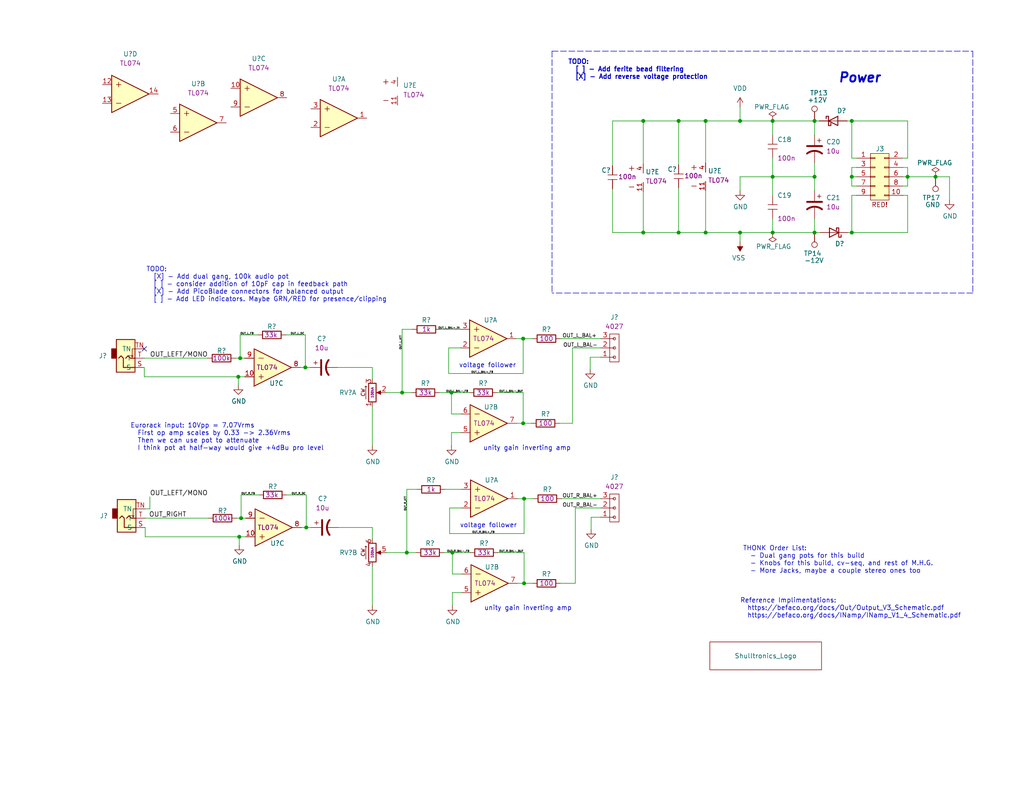
<source format=kicad_sch>
(kicad_sch (version 20211123) (generator eeschema)
  (paper "USLetter")
  (title_block (title "Stereo Balanced Outputs 1U") (rev "0.1") (company "Shulltronics"))
  (lib_symbols
    (symbol "Shulltronics_Connectors:3085_MiniJack_Thonk_Vert" (pin_names (offset 1.016))
      (property "Reference" "J" (at 0 -5.08 0))
      (symbol "3085_MiniJack_Thonk_Vert_1_1"
        (rectangle (start -2.54 1.27) (end -3.81 -1.27) (stroke (width 0.254)) (fill (type outline)))
        (polyline (pts (xy 1.778 1.016) (xy 2.032 0.508)))
        (polyline (pts (xy 0 1.27) (xy 0.635 0.635) (xy 1.27 1.27) (xy 2.54 1.27)) (stroke (width 0.254)))
        (polyline (pts (xy 2.54 -1.27) (xy 1.778 -1.27) (xy 1.778 1.016) (xy 1.524 0.508)))
        (polyline (pts (xy 2.54 3.81) (xy -0.635 3.81) (xy -0.635 1.27) (xy -1.27 0.635) (xy -1.905 1.27)) (stroke (width 0.254)))
        (rectangle (start 2.54 5.08) (end -2.54 -3.81) (stroke (width 0.254)) (fill (type background)))
        (pin passive line (at 5.08 3.81 180) (length 2.54) (name "S") (number "S"))
        (pin passive line (at 5.08 1.27 180) (length 2.54) (name "T") (number "T"))
        (pin passive line (at 5.08 -1.27 180) (length 2.54) (name "TN") (number "TN"))
      )
    )
    (symbol "Shulltronics_Connectors:3086_Connector_Eurorack_Power" (pin_names (offset 1.016) hide)
      (property "Reference" "J" (at 0 7.366 0))
      (symbol "3086_Connector_Eurorack_Power_0_0"
        (text "RED!" (at 0 -7.62 0) (effects (font (size 1.27 1.27))))
      )
      (symbol "3086_Connector_Eurorack_Power_0_1"
        (rectangle (start 2.54 6.35) (end -2.54 -6.35) (fill (type background)))
      )
      (symbol "3086_Connector_Eurorack_Power_1_1"
        (rectangle (start -2.54 -4.953) (end -1.27 -5.207) (stroke (width 0.1524)))
        (rectangle (start -2.54 -2.413) (end -1.27 -2.667) (stroke (width 0.1524)))
        (rectangle (start -2.54 0.127) (end -1.27 -0.127) (stroke (width 0.1524)))
        (rectangle (start -2.54 2.667) (end -1.27 2.413) (stroke (width 0.1524)))
        (rectangle (start -2.54 5.207) (end -1.27 4.953) (stroke (width 0.1524)))
        (rectangle (start 2.54 -4.953) (end 1.27 -5.207) (stroke (width 0.1524)))
        (rectangle (start 2.54 -2.413) (end 1.27 -2.667) (stroke (width 0.1524)))
        (rectangle (start 2.54 0.127) (end 1.27 -0.127) (stroke (width 0.1524)))
        (rectangle (start 2.54 2.667) (end 1.27 2.413) (stroke (width 0.1524)))
        (rectangle (start 2.54 5.207) (end 1.27 4.953) (stroke (width 0.1524)))
        (pin passive line (at -6.35 5.08 0) (length 3.81) (name "Pin_1") (number "1"))
        (pin passive line (at 6.35 -5.08 180) (length 3.81) (name "Pin_10") (number "10"))
        (pin passive line (at 6.35 5.08 180) (length 3.81) (name "Pin_2") (number "2"))
        (pin passive line (at -6.35 2.54 0) (length 3.81) (name "Pin_3") (number "3"))
        (pin passive line (at 6.35 2.54 180) (length 3.81) (name "Pin_4") (number "4"))
        (pin passive line (at -6.35 0 0) (length 3.81) (name "Pin_5") (number "5"))
        (pin passive line (at 6.35 0 180) (length 3.81) (name "Pin_6") (number "6"))
        (pin passive line (at -6.35 -2.54 0) (length 3.81) (name "Pin_7") (number "7"))
        (pin passive line (at 6.35 -2.54 180) (length 3.81) (name "Pin_8") (number "8"))
        (pin passive line (at -6.35 -5.08 0) (length 3.81) (name "Pin_9") (number "9"))
      )
    )
    (symbol "Shulltronics_Connectors:4027_Connector_PicoBlade_3pos_Vert_THT" (pin_names (offset 1.016))
      (property "Reference" "J" (at 3.81 5.08 0))
      (property "SPN" "4027" (at 0 0 0))
      (symbol "4027_Connector_PicoBlade_3pos_Vert_THT_0_1"
        (polyline (pts (xy 2.54 -2.54) (xy 3.81 -2.54)))
        (polyline (pts (xy 2.54 0) (xy 3.81 0)))
        (polyline (pts (xy 2.54 2.54) (xy 3.81 2.54)))
        (rectangle (start 2.54 3.81) (end 5.08 -3.81))
        (circle (center 3.81 -2.54) (radius 0.3556))
        (circle (center 3.81 0) (radius 0.3556))
        (circle (center 3.81 2.54) (radius 0.3556))
      )
      (symbol "4027_Connector_PicoBlade_3pos_Vert_THT_1_1"
        (pin input line (at 0 2.54 0) (length 2.54) (name "~") (number "1"))
        (pin input line (at 0 0 0) (length 2.54) (name "~") (number "2"))
        (pin input line (at 0 -2.54 0) (length 2.54) (name "~") (number "3"))
      )
    )
    (symbol "Shulltronics_ElectroMechanical:4046_DualGang_Pot_100kA" (pin_names (offset 1.016) hide)
      (property "Reference" "RV" (at -5.588 0 0))
      (property "Val" "100kA" (at 0 0 90))
      (symbol "4046_DualGang_Pot_100kA_0_0"
        (polyline (pts (xy -1.778 1.778) (xy -2.032 1.524)))
        (polyline (pts (xy -1.778 -1.778) (xy -1.778 1.778) (xy -1.524 1.524)))
        (text "CW" (at -2.54 0 900) (effects (font (size 1 1) italic)))
      )
      (symbol "4046_DualGang_Pot_100kA_0_1"
        (polyline (pts (xy 2.54 0) (xy 1.524 0)))
        (polyline (pts (xy 1.143 0) (xy 2.286 0.508) (xy 2.286 -0.508) (xy 1.143 0)) (fill (type outline)))
        (rectangle (start 1.016 2.54) (end -1.016 -2.54) (stroke (width 0.254)))
      )
      (symbol "4046_DualGang_Pot_100kA_1_1"
        (pin passive line (at 0 -3.81 90) (length 1.27) (name "1") (number "1"))
        (pin passive line (at 3.81 0 180) (length 1.27) (name "2") (number "2"))
        (pin passive line (at 0 3.81 270) (length 1.27) (name "3") (number "3"))
      )
      (symbol "4046_DualGang_Pot_100kA_2_1"
        (pin passive line (at 0 -3.81 90) (length 1.27) (name "4") (number "4"))
        (pin passive line (at 3.81 0 180) (length 1.27) (name "5") (number "5"))
        (pin passive line (at 0 3.81 270) (length 1.27) (name "6") (number "6"))
      )
    )
    (symbol "Shulltronics_ICs:3099_TL074CPW_SMD" (pin_names hide)
      (property "Reference" "U" (at 3.81 2.54 0))
      (property "Val" "TL074" (at 1.27 0 0))
      (symbol "3099_TL074CPW_SMD_0_1"
        (polyline (pts (xy -2.54 -2.54) (xy -1.27 -2.54)))
        (polyline (pts (xy -2.54 2.54) (xy -1.27 2.54)))
        (polyline (pts (xy -1.905 3.175) (xy -1.905 1.905)))
      )
      (symbol "3099_TL074CPW_SMD_1_1"
        (polyline (pts (xy -3.81 5.08) (xy 6.35 0) (xy -3.81 -5.08) (xy -3.81 5.08)) (stroke (width 0.254)) (fill (type background)))
        (pin output line (at 8.89 0 180) (length 2.54) (name "1OUT") (number "1"))
        (pin input line (at -6.35 -2.54 0) (length 2.54) (name "1IN-") (number "2"))
        (pin input line (at -6.35 2.54 0) (length 2.54) (name "1IN+") (number "3"))
      )
      (symbol "3099_TL074CPW_SMD_2_1"
        (polyline (pts (xy -3.81 5.08) (xy 6.35 0) (xy -3.81 -5.08) (xy -3.81 5.08)) (stroke (width 0.254)) (fill (type background)))
        (pin input line (at -6.35 2.54 0) (length 2.54) (name "2IN+") (number "5"))
        (pin input line (at -6.35 -2.54 0) (length 2.54) (name "2IN-") (number "6"))
        (pin output line (at 8.89 0 180) (length 2.54) (name "2OUT") (number "7"))
      )
      (symbol "3099_TL074CPW_SMD_3_1"
        (polyline (pts (xy -3.81 5.08) (xy 6.35 0) (xy -3.81 -5.08) (xy -3.81 5.08)) (stroke (width 0.254)) (fill (type background)))
        (pin input line (at -6.35 2.54 0) (length 2.54) (name "3IN+") (number "10"))
        (pin output line (at 8.89 0 180) (length 2.54) (name "3OUT") (number "8"))
        (pin input line (at -6.35 -2.54 0) (length 2.54) (name "3IN-") (number "9"))
      )
      (symbol "3099_TL074CPW_SMD_4_1"
        (polyline (pts (xy -3.81 5.08) (xy 6.35 0) (xy -3.81 -5.08) (xy -3.81 5.08)) (stroke (width 0.254)) (fill (type background)))
        (pin input line (at -6.35 2.54 0) (length 2.54) (name "4IN+") (number "12"))
        (pin input line (at -6.35 -2.54 0) (length 2.54) (name "4IN-") (number "13"))
        (pin output line (at 8.89 0 180) (length 2.54) (name "4OUT") (number "14"))
      )
      (symbol "3099_TL074CPW_SMD_5_1"
        (pin power_in line (at 1.27 -3.81 90) (length 2.54) (name "VEE") (number "11"))
        (pin power_in line (at 1.27 3.81 270) (length 2.54) (name "VCC") (number "4"))
      )
    )
    (symbol "Shulltronics_Passives:3089_Capacitor_100n_16V_0402" (pin_numbers hide) (pin_names (offset 1.016) hide)
      (property "Reference" "C" (at -3.81 2.54 0))
      (property "Val" "100n" (at 2.54 2.54 0))
      (symbol "3089_Capacitor_100n_16V_0402_1_1"
        (polyline (pts (xy -1.27 -1.27) (xy -1.27 1.27)))
        (polyline (pts (xy 0 1.27) (xy 0 -1.27)))
        (pin passive line (at -3.81 0 0) (length 2.54) (name "~") (number "1"))
        (pin passive line (at 2.54 0 180) (length 2.54) (name "~") (number "2"))
      )
    )
    (symbol "Shulltronics_Passives:4007_Resistor_SMD_33k_0.125W_1%" (pin_numbers hide) (pin_names (offset 0) hide)
      (property "Reference" "R" (at 0 0 90))
      (property "Val" "33k" (at 2.54 0 90))
      (symbol "4007_Resistor_SMD_33k_0.125W_1%_1_1"
        (rectangle (start -1.016 -2.54) (end 1.016 2.54) (stroke (width 0.254)))
        (pin passive line (at 0 3.81 270) (length 1.27) (name "~") (number "1"))
        (pin passive line (at 0 -3.81 90) (length 1.27) (name "~") (number "2"))
      )
    )
    (symbol "Shulltronics_Passives:4010_Resistor_SMD_1k_0.125W_1%" (pin_numbers hide) (pin_names (offset 0) hide)
      (property "Reference" "R" (at 0 0 90))
      (property "Val" "1k" (at 2.54 0 90))
      (symbol "4010_Resistor_SMD_1k_0.125W_1%_1_1"
        (rectangle (start -1.016 -2.54) (end 1.016 2.54) (stroke (width 0.254)))
        (pin passive line (at 0 3.81 270) (length 1.27) (name "~") (number "1"))
        (pin passive line (at 0 -3.81 90) (length 1.27) (name "~") (number "2"))
      )
    )
    (symbol "Shulltronics_Passives:4017_Resistor_SMD_100k_0.125W_1%_1" (pin_numbers hide) (pin_names (offset 0) hide)
      (property "Reference" "R" (at 0 0 90))
      (property "Val" "100k" (at 2.54 0 90))
      (symbol "4017_Resistor_SMD_100k_0.125W_1%_1_1_1"
        (rectangle (start -1.016 -2.54) (end 1.016 2.54) (stroke (width 0.254)))
        (pin passive line (at 0 3.81 270) (length 1.27) (name "~") (number "1"))
        (pin passive line (at 0 -3.81 90) (length 1.27) (name "~") (number "2"))
      )
    )
    (symbol "Shulltronics_Passives:4031_Capacitor_10u_35V_SMD" (pin_numbers hide) (pin_names (offset 1.016) hide)
      (property "Reference" "C" (at 0 0 0))
      (property "Val" "10u" (at 0 0 0))
      (symbol "4031_Capacitor_10u_35V_SMD_1_1"
        (polyline (pts (xy -2.032 0.762) (xy 2.032 0.762)) (stroke (width 0.508)))
        (polyline (pts (xy 0.762 2.286) (xy 1.778 2.286)))
        (polyline (pts (xy 1.27 1.778) (xy 1.27 2.794)))
        (arc (start 2.032 -1.27) (mid 0 -0.5572) (end -2.032 -1.27) (stroke (width 0.508)))
        (pin passive line (at 0 3.81 270) (length 2.794) (name "~") (number "1"))
        (pin passive line (at 0 -3.81 90) (length 3.302) (name "~") (number "2"))
      )
    )
    (symbol "Shulltronics_Passives:4038_Resistor_SMD_100_0.125W_1%" (pin_numbers hide) (pin_names (offset 0) hide)
      (property "Reference" "R" (at -2.54 0 90))
      (property "Val" "100" (at 0 0 90))
      (symbol "4038_Resistor_SMD_100_0.125W_1%_1_1"
        (rectangle (start -1.016 -2.54) (end 1.016 2.54) (stroke (width 0.254)))
        (pin passive line (at 0 3.81 270) (length 1.27) (name "~") (number "1"))
        (pin passive line (at 0 -3.81 90) (length 1.27) (name "~") (number "2"))
      )
    )
    (symbol "Shulltronics_Sch_Symbols:GND" (power) (pin_names (offset 0))
      (property "Value" "GND" (at 0 -3.81 0))
      (symbol "GND_0_1"
        (polyline (pts (xy 0 0) (xy 0 -1.27) (xy 1.27 -1.27) (xy 0 -2.54) (xy -1.27 -1.27) (xy 0 -1.27)))
      )
      (symbol "GND_1_1"
        (pin power_in line (at 0 0 270) (length 0) hide (name "GND") (number "1"))
      )
    )
    (symbol "Shulltronics_Sch_Symbols:PWR_FLAG" (power) (pin_numbers hide) (pin_names (offset 0) hide)
      (property "Value" "PWR_FLAG" (at 0 3.81 0))
      (symbol "PWR_FLAG_0_0"
        (pin power_out line (at 0 0 90) (length 0) (name "pwr") (number "1"))
      )
      (symbol "PWR_FLAG_0_1"
        (polyline (pts (xy 0 0) (xy 0 1.27) (xy -1.016 1.905) (xy 0 2.54) (xy 1.016 1.905) (xy 0 1.27)))
      )
    )
    (symbol "Shulltronics_Sch_Symbols:Shulltronics_Logo" (in_bom no)
      (property "Value" "Shulltronics_Logo" (at 0 0 0))
      (symbol "Shulltronics_Logo_0_1"
        (rectangle (start -15.24 3.81) (end 15.24 -3.81))
      )
    )
    (symbol "Shulltronics_Sch_Symbols:TestPoint" (pin_numbers hide) (pin_names (offset 0.762) hide)
      (property "Reference" "TP" (at 0 6.858 0))
      (symbol "TestPoint_0_1"
        (circle (center 0 3.302) (radius 0.762))
      )
      (symbol "TestPoint_1_1"
        (pin passive line (at 0 0 90) (length 2.54) (name "1") (number "1"))
      )
    )
    (symbol "Shulltronics_Sch_Symbols:VDD" (power) (pin_names (offset 0))
      (property "Value" "VDD" (at 0 3.81 0))
      (symbol "VDD_0_1"
        (polyline (pts (xy -0.762 1.27) (xy 0 2.54)))
        (polyline (pts (xy 0 0) (xy 0 2.54)))
        (polyline (pts (xy 0 2.54) (xy 0.762 1.27)))
      )
      (symbol "VDD_1_1"
        (pin power_in line (at 0 0 90) (length 0) hide (name "VDD") (number "1"))
      )
    )
    (symbol "Shulltronics_Sch_Symbols:VSS" (power) (pin_names (offset 0))
      (property "Value" "VSS" (at 0 3.81 0))
      (symbol "VSS_0_1"
        (polyline (pts (xy 0 0) (xy 0 2.54)))
        (polyline (pts (xy 0.762 1.27) (xy -0.762 1.27) (xy 0 2.54) (xy 0.762 1.27)) (fill (type outline)))
      )
      (symbol "VSS_1_1"
        (pin power_in line (at 0 0 90) (length 0) hide (name "VSS") (number "1"))
      )
    )
    (symbol "Shulltronics_Semiconductors:4047_Schottky_Rectifier_15V_1A_SMD" (pin_numbers hide) (pin_names (offset 1.016) hide)
      (property "Reference" "D" (at 0 2.54 0))
      (symbol "4047_Schottky_Rectifier_15V_1A_SMD_0_1"
        (polyline (pts (xy 1.27 0) (xy -1.27 0)))
        (polyline (pts (xy 1.27 1.27) (xy 1.27 -1.27) (xy -1.27 0) (xy 1.27 1.27)) (stroke (width 0.254)))
        (polyline (pts (xy -1.905 0.635) (xy -1.905 1.27) (xy -1.27 1.27) (xy -1.27 -1.27) (xy -0.635 -1.27) (xy -0.635 -0.635)) (stroke (width 0.254)))
      )
      (symbol "4047_Schottky_Rectifier_15V_1A_SMD_1_1"
        (pin passive line (at -3.81 0 0) (length 2.54) (name "K") (number "1"))
        (pin passive line (at 3.81 0 180) (length 2.54) (name "A") (number "2"))
      )
    )
  )
  (junction (at 110.998 150.876))
  (junction (at 232.41 63.5))
  (junction (at 175.514 33.02))
  (junction (at 65.024 102.87))
  (junction (at 201.93 33.02))
  (junction (at 143.002 159.258))
  (junction (at 201.93 63.5))
  (junction (at 142.748 115.57))
  (junction (at 192.532 33.02))
  (junction (at 175.514 63.5))
  (junction (at 247.65 48.26))
  (junction (at 255.27 48.26))
  (junction (at 65.532 97.79))
  (junction (at 65.786 141.478))
  (junction (at 222.25 63.5))
  (junction (at 232.41 48.26))
  (junction (at 123.19 107.188))
  (junction (at 210.82 63.5))
  (junction (at 185.166 33.02))
  (junction (at 222.25 33.02))
  (junction (at 83.312 100.33))
  (junction (at 192.532 63.5))
  (junction (at 222.25 48.26))
  (junction (at 210.82 33.02))
  (junction (at 65.278 146.558))
  (junction (at 109.728 107.188))
  (junction (at 83.566 144.018))
  (junction (at 185.166 63.5))
  (junction (at 142.748 92.456))
  (junction (at 210.82 48.26))
  (junction (at 143.002 136.144))
  (junction (at 123.444 150.876))
  (junction (at 232.41 33.02))
  (no_connect (at 39.37 95.25))
  (wire (pts (xy 39.624 146.558) (xy 65.278 146.558)))
  (wire (pts (xy 125.73 118.11) (xy 123.19 118.11)))
  (wire (pts (xy 161.036 97.536) (xy 163.83 97.536)))
  (wire (pts (xy 65.532 97.79) (xy 66.802 97.79)))
  (wire (pts (xy 192.532 33.02) (xy 192.532 44.45)))
  (wire (pts (xy 233.68 53.34) (xy 232.41 53.34)))
  (wire (pts (xy 65.786 135.128) (xy 65.786 141.478)))
  (wire (pts (xy 247.65 33.02) (xy 247.65 43.18)))
  (wire (pts (xy 201.93 48.26) (xy 210.82 48.26)))
  (wire (pts (xy 185.166 33.02) (xy 185.166 44.958)))
  (wire (pts (xy 232.41 50.8) (xy 233.68 50.8)))
  (wire (pts (xy 152.908 92.456) (xy 163.83 92.456)))
  (wire (pts (xy 232.41 53.34) (xy 232.41 63.5)))
  (wire (pts (xy 232.41 48.26) (xy 232.41 50.8)))
  (wire (pts (xy 210.82 33.02) (xy 222.25 33.02)))
  (polyline (pts (xy 150.622 13.97) (xy 150.622 80.01)))
  (wire (pts (xy 142.748 92.456) (xy 140.843 92.456)))
  (wire (pts (xy 77.978 91.44) (xy 83.312 91.44)))
  (polyline (pts (xy 265.43 80.01) (xy 150.622 80.01)))
  (wire (pts (xy 83.566 144.018) (xy 83.566 135.128)))
  (wire (pts (xy 40.894 138.938) (xy 39.624 138.938)))
  (wire (pts (xy 122.428 94.996) (xy 122.428 101.981)))
  (wire (pts (xy 247.65 48.26) (xy 247.65 50.8)))
  (wire (pts (xy 125.857 138.684) (xy 122.682 138.684)))
  (wire (pts (xy 64.516 141.478) (xy 65.786 141.478)))
  (wire (pts (xy 222.25 63.5) (xy 210.82 63.5)))
  (wire (pts (xy 83.312 100.33) (xy 84.582 100.33)))
  (wire (pts (xy 140.97 115.57) (xy 142.748 115.57)))
  (wire (pts (xy 101.6 100.33) (xy 101.6 103.378)))
  (wire (pts (xy 175.514 33.02) (xy 175.514 44.704)))
  (wire (pts (xy 64.262 97.79) (xy 65.532 97.79)))
  (wire (pts (xy 231.394 63.5) (xy 232.41 63.5)))
  (wire (pts (xy 192.532 63.5) (xy 185.166 63.5)))
  (wire (pts (xy 247.65 50.8) (xy 246.38 50.8)))
  (wire (pts (xy 163.83 138.684) (xy 156.972 138.684)))
  (wire (pts (xy 70.358 91.44) (xy 65.532 91.44)))
  (wire (pts (xy 156.21 115.57) (xy 152.654 115.57)))
  (wire (pts (xy 39.37 102.87) (xy 39.37 100.33)))
  (wire (pts (xy 65.786 141.478) (xy 67.056 141.478)))
  (wire (pts (xy 142.748 101.981) (xy 142.748 92.456)))
  (wire (pts (xy 246.38 45.72) (xy 247.65 45.72)))
  (wire (pts (xy 247.65 53.34) (xy 246.38 53.34)))
  (wire (pts (xy 163.83 141.224) (xy 161.29 141.224)))
  (wire (pts (xy 39.37 102.87) (xy 65.024 102.87)))
  (wire (pts (xy 109.728 107.188) (xy 112.268 107.188)))
  (wire (pts (xy 109.728 89.916) (xy 109.728 107.188)))
  (wire (pts (xy 123.444 150.876) (xy 123.444 156.718)))
  (wire (pts (xy 153.162 136.144) (xy 163.83 136.144)))
  (wire (pts (xy 161.29 141.224) (xy 161.29 144.526)))
  (wire (pts (xy 192.532 33.02) (xy 201.93 33.02)))
  (wire (pts (xy 201.93 29.21) (xy 201.93 33.02)))
  (wire (pts (xy 233.68 43.18) (xy 232.41 43.18)))
  (polyline (pts (xy 150.622 13.97) (xy 265.43 13.97)))
  (wire (pts (xy 210.82 48.26) (xy 210.82 53.34)))
  (wire (pts (xy 259.08 48.26) (xy 255.27 48.26)))
  (wire (pts (xy 143.002 136.144) (xy 145.542 136.144)))
  (polyline (pts (xy 265.43 13.97) (xy 265.43 80.01)))
  (wire (pts (xy 70.612 135.128) (xy 65.786 135.128)))
  (wire (pts (xy 123.19 107.188) (xy 123.19 113.03)))
  (wire (pts (xy 143.002 136.144) (xy 141.097 136.144)))
  (wire (pts (xy 92.202 100.33) (xy 101.6 100.33)))
  (wire (pts (xy 143.002 145.669) (xy 143.002 136.144)))
  (wire (pts (xy 185.166 51.308) (xy 185.166 63.5)))
  (wire (pts (xy 101.6 110.998) (xy 101.6 121.666)))
  (wire (pts (xy 210.82 59.69) (xy 210.82 63.5)))
  (wire (pts (xy 105.41 150.876) (xy 110.998 150.876)))
  (wire (pts (xy 135.636 107.188) (xy 142.748 107.188)))
  (wire (pts (xy 247.65 45.72) (xy 247.65 48.26)))
  (wire (pts (xy 123.19 118.11) (xy 123.19 121.666)))
  (wire (pts (xy 201.93 63.5) (xy 201.93 66.04)))
  (wire (pts (xy 167.132 45.212) (xy 167.132 33.02)))
  (wire (pts (xy 39.624 144.018) (xy 39.624 146.558)))
  (wire (pts (xy 123.444 156.718) (xy 125.984 156.718)))
  (wire (pts (xy 121.412 133.604) (xy 125.857 133.604)))
  (wire (pts (xy 39.37 97.79) (xy 56.642 97.79)))
  (wire (pts (xy 82.296 144.018) (xy 83.566 144.018)))
  (wire (pts (xy 201.93 63.5) (xy 192.532 63.5)))
  (wire (pts (xy 222.25 33.02) (xy 222.25 36.83)))
  (wire (pts (xy 123.444 161.798) (xy 123.444 165.354)))
  (wire (pts (xy 125.603 94.996) (xy 122.428 94.996)))
  (wire (pts (xy 246.38 48.26) (xy 247.65 48.26)))
  (wire (pts (xy 122.428 101.981) (xy 142.748 101.981)))
  (wire (pts (xy 101.6 144.018) (xy 92.456 144.018)))
  (wire (pts (xy 78.232 135.128) (xy 83.566 135.128)))
  (wire (pts (xy 201.93 52.07) (xy 201.93 48.26)))
  (wire (pts (xy 201.93 63.5) (xy 210.82 63.5)))
  (wire (pts (xy 105.41 107.188) (xy 109.728 107.188)))
  (wire (pts (xy 161.036 100.838) (xy 161.036 97.536)))
  (wire (pts (xy 210.82 43.18) (xy 210.82 48.26)))
  (wire (pts (xy 128.016 107.188) (xy 123.19 107.188)))
  (wire (pts (xy 175.514 52.324) (xy 175.514 63.5)))
  (wire (pts (xy 156.972 159.258) (xy 152.908 159.258)))
  (wire (pts (xy 65.532 91.44) (xy 65.532 97.79)))
  (wire (pts (xy 143.002 159.258) (xy 145.288 159.258)))
  (wire (pts (xy 65.278 148.844) (xy 65.278 146.558)))
  (wire (pts (xy 122.682 138.684) (xy 122.682 145.669)))
  (wire (pts (xy 185.166 33.02) (xy 192.532 33.02)))
  (wire (pts (xy 120.142 89.916) (xy 125.603 89.916)))
  (wire (pts (xy 156.972 138.684) (xy 156.972 159.258)))
  (wire (pts (xy 247.65 63.5) (xy 247.65 53.34)))
  (wire (pts (xy 65.024 105.156) (xy 65.024 102.87)))
  (wire (pts (xy 167.132 63.5) (xy 167.132 51.562)))
  (wire (pts (xy 232.41 48.26) (xy 232.41 45.72)))
  (wire (pts (xy 201.93 33.02) (xy 210.82 33.02)))
  (wire (pts (xy 232.41 63.5) (xy 247.65 63.5)))
  (wire (pts (xy 101.6 147.066) (xy 101.6 144.018)))
  (wire (pts (xy 232.41 43.18) (xy 232.41 33.02)))
  (wire (pts (xy 122.682 145.669) (xy 143.002 145.669)))
  (wire (pts (xy 192.532 52.07) (xy 192.532 63.5)))
  (wire (pts (xy 232.41 48.26) (xy 233.68 48.26)))
  (wire (pts (xy 110.998 150.876) (xy 113.538 150.876)))
  (wire (pts (xy 83.312 100.33) (xy 83.312 91.44)))
  (wire (pts (xy 222.25 48.26) (xy 222.25 52.07)))
  (wire (pts (xy 119.888 107.188) (xy 123.19 107.188)))
  (wire (pts (xy 128.27 150.876) (xy 123.444 150.876)))
  (wire (pts (xy 125.984 161.798) (xy 123.444 161.798)))
  (wire (pts (xy 83.566 144.018) (xy 84.836 144.018)))
  (wire (pts (xy 247.65 43.18) (xy 246.38 43.18)))
  (wire (pts (xy 123.19 113.03) (xy 125.73 113.03)))
  (wire (pts (xy 222.25 63.5) (xy 223.774 63.5)))
  (wire (pts (xy 40.894 135.636) (xy 40.894 138.938)))
  (wire (pts (xy 142.748 107.188) (xy 142.748 115.57)))
  (wire (pts (xy 110.998 133.604) (xy 110.998 150.876)))
  (wire (pts (xy 112.522 89.916) (xy 109.728 89.916)))
  (wire (pts (xy 222.25 48.26) (xy 210.82 48.26)))
  (wire (pts (xy 135.89 150.876) (xy 143.002 150.876)))
  (wire (pts (xy 113.792 133.604) (xy 110.998 133.604)))
  (wire (pts (xy 65.024 102.87) (xy 66.802 102.87)))
  (wire (pts (xy 222.25 59.69) (xy 222.25 63.5)))
  (wire (pts (xy 210.82 33.02) (xy 210.82 36.83)))
  (wire (pts (xy 255.27 48.26) (xy 247.65 48.26)))
  (wire (pts (xy 167.132 33.02) (xy 175.514 33.02)))
  (wire (pts (xy 142.748 115.57) (xy 145.034 115.57)))
  (wire (pts (xy 82.042 100.33) (xy 83.312 100.33)))
  (wire (pts (xy 222.25 44.45) (xy 222.25 48.26)))
  (wire (pts (xy 101.6 154.686) (xy 101.6 165.354)))
  (wire (pts (xy 65.278 146.558) (xy 67.056 146.558)))
  (wire (pts (xy 156.21 94.996) (xy 156.21 115.57)))
  (wire (pts (xy 141.224 159.258) (xy 143.002 159.258)))
  (wire (pts (xy 175.514 63.5) (xy 167.132 63.5)))
  (wire (pts (xy 175.514 33.02) (xy 185.166 33.02)))
  (wire (pts (xy 222.25 33.02) (xy 223.52 33.02)))
  (wire (pts (xy 185.166 63.5) (xy 175.514 63.5)))
  (wire (pts (xy 232.41 33.02) (xy 247.65 33.02)))
  (wire (pts (xy 142.748 92.456) (xy 145.288 92.456)))
  (wire (pts (xy 232.41 45.72) (xy 233.68 45.72)))
  (wire (pts (xy 143.002 150.876) (xy 143.002 159.258)))
  (wire (pts (xy 163.83 94.996) (xy 156.21 94.996)))
  (wire (pts (xy 231.14 33.02) (xy 232.41 33.02)))
  (wire (pts (xy 121.158 150.876) (xy 123.444 150.876)))
  (wire (pts (xy 259.08 54.61) (xy 259.08 48.26)))
  (wire (pts (xy 39.624 141.478) (xy 56.896 141.478)))
  (text "unity gain inverting amp" (at 132.08 166.878 0) (effects (font (size 1.27 1.27)) (justify left bottom)))
  (text "voltage follower" (at 125.222 100.584 0) (effects (font (size 1.27 1.27)) (justify left bottom)))
  (text "unity gain inverting amp" (at 131.826 123.19 0) (effects (font (size 1.27 1.27)) (justify left bottom)))
  (text "Reference Implimentations:\n  https://befaco.org/docs/Out/Output_V3_Schematic.pdf\n  https://befaco.org/docs/INamp/INamp_V1_4_Schematic.pdf" (at 201.93 168.91 0) (effects (font (size 1.27 1.27)) (justify left bottom)))
  (text "THONK Order List:\n  - Dual gang pots for this build\n  - Knobs for this build, cv-seq, and rest of M.H.G.\n  - More Jacks, maybe a couple stereo ones too\n  " (at 202.692 158.75 0) (effects (font (size 1.27 1.27)) (justify left bottom)))
  (text "Eurorack input: 10Vpp = 7.07Vrms\n  First op amp scales by 0.33 -> 2.36Vrms\n  Then we can use pot to attenuate\n  I think pot at half-way would give +4dBu pro level" (at 35.56 123.19 0) (effects (font (size 1.27 1.27)) (justify left bottom)))
  (text "voltage follower" (at 125.476 144.272 0) (effects (font (size 1.27 1.27)) (justify left bottom)))
  (text "Power" (at 228.6 22.86 0) (effects (font (size 2.54 2.54) (thickness 0.508) bold italic) (justify left bottom)))
  (text "TODO:\n  [ ] - Add ferite bead filtering\n  [X] - Add reverse voltage protection" (at 154.94 21.844 0) (effects (font (size 1.27 1.27) (thickness 0.254) bold) (justify left bottom)))
  (text "TODO:\n  [X] - Add dual gang, 100k audio pot\n  [ ] - consider addition of 10pF cap in feedback path\n  [X] - Add PicoBlade connectors for balanced output\n  [ ] - Add LED indicators. Maybe GRN/RED for presence/clipping" (at 39.878 82.55 0) (effects (font (size 1.27 1.27)) (justify left bottom)))
  (label "OUT_L_FB" (at 65.532 91.44 0) (effects (font (size 0.508 0.508))))
  (label "OUT_L_BAL-_FB" (at 121.666 107.188 0) (effects (font (size 0.508 0.508))))
  (label "OUT_LEFT{slash}MONO" (at 40.894 135.636 0))
  (label "OUT_R_ATT" (at 110.998 135.382 270) (effects (font (size 0.508 0.508))))
  (label "OUT_L_BAL-_BUF" (at 136.144 107.188 0) (effects (font (size 0.508 0.508))))
  (label "OUT_L_DC" (at 79.248 91.44 0) (effects (font (size 0.508 0.508))))
  (label "OUT_R_BAL-" (at 163.068 138.684 180) (effects (font (size 1.016 1.016))))
  (label "OUT_R_BAL-_BUF" (at 136.144 150.876 0) (effects (font (size 0.508 0.508))))
  (label "OUT_RIGHT" (at 40.64 141.478 0))
  (label "OUT_L_ATT" (at 109.728 91.44 270) (effects (font (size 0.508 0.508))))
  (label "OUT_R_DC" (at 79.502 135.128 0) (effects (font (size 0.508 0.508))))
  (label "OUT_L_BAL+" (at 153.416 92.456 0) (effects (font (size 1.016 1.016))))
  (label "OUT_R_BAL-_FB" (at 121.92 150.876 0) (effects (font (size 0.508 0.508))))
  (label "OUT_R_BAL+" (at 153.416 136.144 0) (effects (font (size 1.016 1.016))))
  (label "OUT_L_BAL+_IN" (at 125.476 89.916 180) (effects (font (size 0.508 0.508))))
  (label "OUT_L_BAL+_FB" (at 128.524 101.981 0) (effects (font (size 0.508 0.508))))
  (label "OUT_LEFT{slash}MONO" (at 40.894 97.79 0))
  (label "OUT_R_FB" (at 65.786 135.128 0) (effects (font (size 0.508 0.508))))
  (label "OUT_R_BAL+_FB" (at 128.778 145.669 0) (effects (font (size 0.508 0.508))))
  (label "OUT_L_BAL-" (at 163.068 94.996 180) (effects (font (size 1.016 1.016))))
  (symbol (lib_id "Shulltronics_Connectors:3086_Connector_Eurorack_Power") (at 240.03 48.26 0) (unit 1)
    (property "Reference" "J3" (at 241.3 40.64 0) (effects (justify right)))
    (property "Value" "3086_Connector_Eurorack_Power" (effects hide))
    (property "Footprint" "Shulltronics_Connectors:3086_SMD_Eurorack_Power" (effects hide))
    (property "SPN" "3086" (effects hide))
  )
  (symbol (lib_id "Shulltronics_Sch_Symbols:GND") (at 201.93 52.07 0) (unit 1)
    (property "Reference" "#PWR015" (effects hide))
    (property "Value" "GND" (at 202.057 56.4642 0))
  )
  (symbol (lib_id "Shulltronics_Sch_Symbols:VSS") (at 201.93 66.04 180) (unit 1)
    (property "Reference" "#PWR016" (effects hide))
    (property "Value" "VSS" (at 201.549 70.4342 0))
  )
  (symbol (lib_id "Shulltronics_Sch_Symbols:GND") (at 259.08 54.61 0) (unit 1)
    (property "Reference" "#PWR020" (effects hide))
    (property "Value" "GND" (at 259.207 59.0042 0))
  )
  (symbol (lib_id "Shulltronics_ICs:3099_TL074CPW_SMD") (at 73.406 144.018 0) (mirror x) (unit 3)
    (property "Reference" "U?" (at 75.692 148.336 0))
    (property "Value" "3099_TL074CPW_SMD" (effects hide))
    (property "Footprint" "Shulltronics_Integrated_Circuits:3099_TL074CPW_TSSOP14" (effects hide))
    (property "Datasheet" "https://www.ti.com/lit/ds/symlink/tl071a.pdf?HQS=dis-dk-null-digikeymode-dsf-pf-null-wwe&ts=1646679901639" (effects hide))
    (property "SPN" "3099" (effects hide))
    (property "Val" "TL074" (at 73.152 144.018 0))
  )
  (symbol (lib_id "Shulltronics_Connectors:4027_Connector_PicoBlade_3pos_Vert_THT") (at 163.83 138.684 0) (mirror x) (unit 1)
    (property "Reference" "J?" (at 167.64 130.302 0))
    (property "Value" "4027_Connector_PicoBlade_3pos_Vert_THT" (effects hide))
    (property "Footprint" "Shulltronics_Connectors:4027_PicoBlade_3pos_Vert_THT" (effects hide))
    (property "Datasheet" "https://www.molex.com/pdm_docs/sd/530470310_sd.pdf" (effects hide))
    (property "SPN" "4027" (at 167.64 132.842 0))
  )
  (symbol (lib_id "Shulltronics_Passives:4007_Resistor_SMD_33k_0.125W_1%") (at 74.168 91.44 90) (unit 1)
    (property "Reference" "R?" (at 74.168 89.154 90))
    (property "Value" "4007_Resistor_SMD_33k_0.125W_1%" (effects hide))
    (property "Footprint" "Shulltronics_Generics:RES-0402" (effects hide))
    (property "Datasheet" "https://www.te.com/commerce/DocumentDelivery/DDEController?Action=srchrtrv&DocNm=9-1773463-9&DocType=DS&DocLang=English" (effects hide))
    (property "SPN" "4007" (effects hide))
    (property "Val" "33k" (at 73.914 91.44 90))
  )
  (symbol (lib_id "Shulltronics_Sch_Symbols:GND") (at 101.6 165.354 0) (unit 1)
    (property "Reference" "#PWR?" (effects hide))
    (property "Value" "GND" (at 101.727 169.7482 0))
  )
  (symbol (lib_id "Shulltronics_ICs:3099_TL074CPW_SMD") (at 132.08 115.57 0) (mirror x) (unit 2)
    (property "Reference" "U?" (at 133.985 111.125 0))
    (property "Value" "3099_TL074CPW_SMD" (effects hide))
    (property "Footprint" "Shulltronics_Integrated_Circuits:3099_TL074CPW_TSSOP14" (effects hide))
    (property "Datasheet" "https://www.ti.com/lit/ds/symlink/tl071a.pdf?HQS=dis-dk-null-digikeymode-dsf-pf-null-wwe&ts=1646679901639" (effects hide))
    (property "SPN" "3099" (effects hide))
    (property "Val" "TL074" (at 132.08 115.57 0))
  )
  (symbol (lib_id "Shulltronics_Passives:4007_Resistor_SMD_33k_0.125W_1%") (at 132.08 150.876 90) (unit 1)
    (property "Reference" "R?" (at 132.08 148.336 90))
    (property "Value" "4007_Resistor_SMD_33k_0.125W_1%" (effects hide))
    (property "Footprint" "Shulltronics_Generics:RES-0402" (effects hide))
    (property "Datasheet" "https://www.te.com/commerce/DocumentDelivery/DDEController?Action=srchrtrv&DocNm=9-1773463-9&DocType=DS&DocLang=English" (effects hide))
    (property "SPN" "4007" (effects hide))
    (property "Val" "33k" (at 132.08 150.876 90))
  )
  (symbol (lib_id "Shulltronics_Passives:4031_Capacitor_10u_35V_SMD") (at 222.25 55.88 0) (unit 1)
    (property "Reference" "C21" (at 225.425 53.9749 0) (effects (justify left)))
    (property "Value" "4031_Capacitor_10u_35V_SMD" (effects hide))
    (property "Footprint" "Shulltronics_Passives:3088_Capacitor_10u_50V_SMD" (effects hide))
    (property "Datasheet" "https://content.kemet.com/datasheets/KEM_A4001_EDK.pdf" (effects hide))
    (property "SPN" "4031" (effects hide))
    (property "Val" "10u" (at 225.425 56.5149 0) (effects (justify left)))
  )
  (symbol (lib_id "Shulltronics_Passives:3089_Capacitor_100n_16V_0402") (at 210.82 39.37 90) (unit 1)
    (property "Reference" "C18" (at 212.09 38.1 90) (effects (justify right)))
    (property "Value" "3089_Capacitor_100n_16V_0402" (effects hide))
    (property "Footprint" "Shulltronics_Generics:C_0402_HandSolder" (effects hide))
    (property "Datasheet" "https://media.digikey.com/pdf/Data%20Sheets/Samsung%20PDFs/CL05A104KA5NNNC.pdf" (effects hide))
    (property "SPN" "3089" (effects hide))
    (property "Val" "100n" (at 212.09 43.18 90) (effects (justify right)))
  )
  (symbol (lib_id "Shulltronics_Passives:4031_Capacitor_10u_35V_SMD") (at 88.392 100.33 90) (unit 1)
    (property "Reference" "C?" (at 87.757 92.456 90))
    (property "Value" "4031_Capacitor_10u_35V_SMD" (effects hide))
    (property "Footprint" "Shulltronics_Passives:3088_Capacitor_10u_50V_SMD" (effects hide))
    (property "Datasheet" "https://content.kemet.com/datasheets/KEM_A4001_EDK.pdf" (effects hide))
    (property "SPN" "4031" (effects hide))
    (property "Val" "10u" (at 87.757 94.996 90))
  )
  (symbol (lib_id "Shulltronics_Sch_Symbols:PWR_FLAG") (at 255.27 48.26 0) (unit 1)
    (property "Reference" "#FLG03" (effects hide))
    (property "Value" "PWR_FLAG" (at 250.19 44.45 0) (effects (justify left)))
  )
  (symbol (lib_id "Shulltronics_Passives:4038_Resistor_SMD_100_0.125W_1%") (at 149.352 136.144 270) (unit 1)
    (property "Reference" "R?" (at 149.352 133.604 90))
    (property "Value" "4038_Resistor_SMD_100_0.125W_1%" (effects hide))
    (property "Footprint" "Shulltronics_Generics:RES-0402" (effects hide))
    (property "Datasheet" "https://www.te.com/commerce/DocumentDelivery/DDEController?Action=srchrtrv&DocNm=9-1773463-9&DocType=DS&DocLang=English" (effects hide))
    (property "SPN" "4038" (effects hide))
    (property "Val" "100" (at 149.352 136.144 90))
  )
  (symbol (lib_id "Shulltronics_Connectors:4027_Connector_PicoBlade_3pos_Vert_THT") (at 163.83 94.996 0) (mirror x) (unit 1)
    (property "Reference" "J?" (at 167.64 86.614 0))
    (property "Value" "4027_Connector_PicoBlade_3pos_Vert_THT" (effects hide))
    (property "Footprint" "Shulltronics_Connectors:4027_PicoBlade_3pos_Vert_THT" (effects hide))
    (property "Datasheet" "https://www.molex.com/pdm_docs/sd/530470310_sd.pdf" (effects hide))
    (property "SPN" "4027" (at 167.64 89.154 0))
  )
  (symbol (lib_id "Shulltronics_ICs:3099_TL074CPW_SMD") (at 191.262 48.26 0) (unit 5)
    (property "Reference" "U?" (at 193.167 46.6724 0) (effects (justify left)))
    (property "Value" "3099_TL074CPW_SMD" (effects hide))
    (property "Footprint" "Shulltronics_Integrated_Circuits:3099_TL074CPW_TSSOP14" (effects hide))
    (property "Datasheet" "https://www.ti.com/lit/ds/symlink/tl071a.pdf?HQS=dis-dk-null-digikeymode-dsf-pf-null-wwe&ts=1646679901639" (effects hide))
    (property "SPN" "3099" (effects hide))
    (property "Val" "TL074" (at 193.167 49.2124 0) (effects (justify left)))
  )
  (symbol (lib_id "Shulltronics_ICs:3099_TL074CPW_SMD") (at 132.207 136.144 0) (unit 1)
    (property "Reference" "U?" (at 134.112 131.064 0))
    (property "Value" "3099_TL074CPW_SMD" (effects hide))
    (property "Footprint" "Shulltronics_Integrated_Circuits:3099_TL074CPW_TSSOP14" (effects hide))
    (property "Datasheet" "https://www.ti.com/lit/ds/symlink/tl071a.pdf?HQS=dis-dk-null-digikeymode-dsf-pf-null-wwe&ts=1646679901639" (effects hide))
    (property "SPN" "3099" (effects hide))
    (property "Val" "TL074" (at 132.207 136.144 0))
  )
  (symbol (lib_id "Shulltronics_Passives:4007_Resistor_SMD_33k_0.125W_1%") (at 74.422 135.128 90) (unit 1)
    (property "Reference" "R?" (at 74.422 132.842 90))
    (property "Value" "4007_Resistor_SMD_33k_0.125W_1%" (effects hide))
    (property "Footprint" "Shulltronics_Generics:RES-0402" (effects hide))
    (property "Datasheet" "https://www.te.com/commerce/DocumentDelivery/DDEController?Action=srchrtrv&DocNm=9-1773463-9&DocType=DS&DocLang=English" (effects hide))
    (property "SPN" "4007" (effects hide))
    (property "Val" "33k" (at 74.168 135.128 90))
  )
  (symbol (lib_id "Shulltronics_Sch_Symbols:GND") (at 123.19 121.666 0) (unit 1)
    (property "Reference" "#PWR?" (effects hide))
    (property "Value" "GND" (at 123.317 126.0602 0))
  )
  (symbol (lib_id "Shulltronics_Passives:3089_Capacitor_100n_16V_0402") (at 210.82 55.88 90) (unit 1)
    (property "Reference" "C19" (at 212.09 53.34 90) (effects (justify right)))
    (property "Value" "3089_Capacitor_100n_16V_0402" (effects hide))
    (property "Footprint" "Shulltronics_Generics:C_0402_HandSolder" (effects hide))
    (property "Datasheet" "https://media.digikey.com/pdf/Data%20Sheets/Samsung%20PDFs/CL05A104KA5NNNC.pdf" (effects hide))
    (property "SPN" "3089" (effects hide))
    (property "Val" "100n" (at 212.09 59.69 90) (effects (justify right)))
  )
  (symbol (lib_id "Shulltronics_Sch_Symbols:TestPoint") (at 255.27 48.26 180) (unit 1)
    (property "Reference" "TP17" (at 256.54 53.975 0) (effects (justify left)))
    (property "Value" "GND" (at 256.54 55.88 0) (effects (justify left)))
    (property "Footprint" "Shulltronics_Generics:TestPoint_Pad_D2.0mm" (effects hide))
  )
  (symbol (lib_id "Shulltronics_ICs:3099_TL074CPW_SMD") (at 311.15 139.446 0) (unit 4)
    (property "Reference" "U?" (at 312.42 128.651 0))
    (property "Value" "3099_TL074CPW_SMD" (effects hide))
    (property "Footprint" "Shulltronics_Integrated_Circuits:3099_TL074CPW_TSSOP14" (effects hide))
    (property "Datasheet" "https://www.ti.com/lit/ds/symlink/tl071a.pdf?HQS=dis-dk-null-digikeymode-dsf-pf-null-wwe&ts=1646679901639" (effects hide))
    (property "SPN" "3099" (effects hide))
    (property "Val" "TL074" (at 312.42 131.191 0))
  )
  (symbol (lib_id "Shulltronics_Sch_Symbols:VDD") (at 201.93 29.21 0) (unit 1)
    (property "Reference" "#PWR014" (effects hide))
    (property "Value" "VDD" (at 201.93 24.13 0))
  )
  (symbol (lib_id "Shulltronics_ICs:3099_TL074CPW_SMD") (at 69.342 26.67 0) (unit 3)
    (property "Reference" "U?" (at 70.612 16.002 0))
    (property "Value" "3099_TL074CPW_SMD" (effects hide))
    (property "Footprint" "Shulltronics_Integrated_Circuits:3099_TL074CPW_TSSOP14" (effects hide))
    (property "Datasheet" "https://www.ti.com/lit/ds/symlink/tl071a.pdf?HQS=dis-dk-null-digikeymode-dsf-pf-null-wwe&ts=1646679901639" (effects hide))
    (property "SPN" "3099" (effects hide))
    (property "Val" "TL074" (at 70.612 18.542 0))
  )
  (symbol (lib_id "Shulltronics_ICs:3099_TL074CPW_SMD") (at 107.188 24.892 0) (unit 5)
    (property "Reference" "U?" (at 109.982 23.3044 0) (effects (justify left)))
    (property "Value" "3099_TL074CPW_SMD" (effects hide))
    (property "Footprint" "Shulltronics_Integrated_Circuits:3099_TL074CPW_TSSOP14" (effects hide))
    (property "Datasheet" "https://www.ti.com/lit/ds/symlink/tl071a.pdf?HQS=dis-dk-null-digikeymode-dsf-pf-null-wwe&ts=1646679901639" (effects hide))
    (property "SPN" "3099" (effects hide))
    (property "Val" "TL074" (at 109.982 25.908 0) (effects (justify left)))
  )
  (symbol (lib_id "Shulltronics_ICs:3099_TL074CPW_SMD") (at 131.953 92.456 0) (unit 1)
    (property "Reference" "U?" (at 133.858 87.376 0))
    (property "Value" "3099_TL074CPW_SMD" (effects hide))
    (property "Footprint" "Shulltronics_Integrated_Circuits:3099_TL074CPW_TSSOP14" (effects hide))
    (property "Datasheet" "https://www.ti.com/lit/ds/symlink/tl071a.pdf?HQS=dis-dk-null-digikeymode-dsf-pf-null-wwe&ts=1646679901639" (effects hide))
    (property "SPN" "3099" (effects hide))
    (property "Val" "TL074" (at 131.953 92.456 0))
  )
  (symbol (lib_id "Shulltronics_Sch_Symbols:TestPoint") (at 222.25 33.02 0) (unit 1)
    (property "Reference" "TP13" (at 220.98 25.4 0) (effects (justify left)))
    (property "Value" "+12V" (at 220.345 27.305 0) (effects (justify left)))
    (property "Footprint" "Shulltronics_Generics:TestPoint_Pad_D2.0mm" (effects hide))
  )
  (symbol (lib_id "Shulltronics_ICs:3099_TL074CPW_SMD") (at 174.244 48.514 0) (unit 5)
    (property "Reference" "U?" (at 176.149 46.9264 0) (effects (justify left)))
    (property "Value" "3099_TL074CPW_SMD" (effects hide))
    (property "Footprint" "Shulltronics_Integrated_Circuits:3099_TL074CPW_TSSOP14" (effects hide))
    (property "Datasheet" "https://www.ti.com/lit/ds/symlink/tl071a.pdf?HQS=dis-dk-null-digikeymode-dsf-pf-null-wwe&ts=1646679901639" (effects hide))
    (property "SPN" "3099" (effects hide))
    (property "Val" "TL074" (at 176.149 49.4664 0) (effects (justify left)))
  )
  (symbol (lib_id "Shulltronics_ElectroMechanical:4046_DualGang_Pot_100kA") (at 101.6 150.876 0) (unit 2)
    (property "Reference" "RV?" (at 97.536 150.876 0) (effects (justify right)))
    (property "Value" "4046_DualGang_Pot_100kA" (effects hide))
    (property "Footprint" "Shulltronics_ElectroMechanical:4046_DualGang_Pot_100kA" (effects hide))
    (property "Datasheet" "https://www.thonk.co.uk/wp-content/uploads/Documents/alpha/9mm/DUAL%20GANG%20-%20RD902F-40-15R1-A50K-0057.pdf" (effects hide))
    (property "SPN" "4046" (effects hide))
    (property "Val" "100kA" (at 101.6 149.352 90) (effects (font (size 0.635 0.635)) (justify right)))
  )
  (symbol (lib_id "Shulltronics_ICs:3099_TL074CPW_SMD") (at 52.832 33.528 0) (unit 2)
    (property "Reference" "U?" (at 54.102 22.86 0))
    (property "Value" "3099_TL074CPW_SMD" (effects hide))
    (property "Footprint" "Shulltronics_Integrated_Circuits:3099_TL074CPW_TSSOP14" (effects hide))
    (property "Datasheet" "https://www.ti.com/lit/ds/symlink/tl071a.pdf?HQS=dis-dk-null-digikeymode-dsf-pf-null-wwe&ts=1646679901639" (effects hide))
    (property "SPN" "3099" (effects hide))
    (property "Val" "TL074" (at 54.102 25.4 0))
  )
  (symbol (lib_id "Shulltronics_Sch_Symbols:GND") (at 161.29 144.526 0) (unit 1)
    (property "Reference" "#PWR?" (effects hide))
    (property "Value" "GND" (at 161.417 148.9202 0))
  )
  (symbol (lib_id "Shulltronics_Passives:4038_Resistor_SMD_100_0.125W_1%") (at 149.098 159.258 270) (unit 1)
    (property "Reference" "R?" (at 149.098 156.718 90))
    (property "Value" "4038_Resistor_SMD_100_0.125W_1%" (effects hide))
    (property "Footprint" "Shulltronics_Generics:RES-0402" (effects hide))
    (property "Datasheet" "https://www.te.com/commerce/DocumentDelivery/DDEController?Action=srchrtrv&DocNm=9-1773463-9&DocType=DS&DocLang=English" (effects hide))
    (property "SPN" "4038" (effects hide))
    (property "Val" "100" (at 149.098 159.258 90))
  )
  (symbol (lib_id "Shulltronics_Sch_Symbols:GND") (at 101.6 121.666 0) (unit 1)
    (property "Reference" "#PWR?" (effects hide))
    (property "Value" "GND" (at 101.727 126.0602 0))
  )
  (symbol (lib_id "Shulltronics_Passives:4007_Resistor_SMD_33k_0.125W_1%") (at 116.078 107.188 90) (unit 1)
    (property "Reference" "R?" (at 116.078 104.648 90))
    (property "Value" "4007_Resistor_SMD_33k_0.125W_1%" (effects hide))
    (property "Footprint" "Shulltronics_Generics:RES-0402" (effects hide))
    (property "Datasheet" "https://www.te.com/commerce/DocumentDelivery/DDEController?Action=srchrtrv&DocNm=9-1773463-9&DocType=DS&DocLang=English" (effects hide))
    (property "SPN" "4007" (effects hide))
    (property "Val" "33k" (at 116.078 107.188 90))
  )
  (symbol (lib_id "Shulltronics_Sch_Symbols:PWR_FLAG") (at 210.82 33.02 0) (unit 1)
    (property "Reference" "#FLG01" (effects hide))
    (property "Value" "PWR_FLAG" (at 205.74 29.21 0) (effects (justify left)))
  )
  (symbol (lib_id "Shulltronics_Passives:4007_Resistor_SMD_33k_0.125W_1%") (at 117.348 150.876 90) (unit 1)
    (property "Reference" "R?" (at 117.348 148.336 90))
    (property "Value" "4007_Resistor_SMD_33k_0.125W_1%" (effects hide))
    (property "Footprint" "Shulltronics_Generics:RES-0402" (effects hide))
    (property "Datasheet" "https://www.te.com/commerce/DocumentDelivery/DDEController?Action=srchrtrv&DocNm=9-1773463-9&DocType=DS&DocLang=English" (effects hide))
    (property "SPN" "4007" (effects hide))
    (property "Val" "33k" (at 117.348 150.876 90))
  )
  (symbol (lib_id "Shulltronics_Connectors:3085_MiniJack_Thonk_Vert") (at 34.544 140.208 0) (mirror x) (unit 1)
    (property "Reference" "J?" (at 29.464 140.8429 0) (effects (justify right)))
    (property "Value" "3085_MiniJack_Thonk_Vert" (effects hide))
    (property "Footprint" "Shulltronics_Connectors:3085_MiniJack_Thonk_Vert" (effects hide))
    (property "Datasheet" "https://www.thonk.co.uk/shop/thonkiconn/" (effects hide))
    (property "SPN" "3085" (effects hide))
  )
  (symbol (lib_id "Shulltronics_Sch_Symbols:TestPoint") (at 222.25 63.5 180) (unit 1)
    (property "Reference" "TP14" (at 224.155 69.215 0) (effects (justify left)))
    (property "Value" "-12V" (at 224.79 71.12 0) (effects (justify left)))
    (property "Footprint" "Shulltronics_Generics:TestPoint_Pad_D2.0mm" (effects hide))
  )
  (symbol (lib_id "Shulltronics_ICs:3099_TL074CPW_SMD") (at 34.29 25.654 0) (unit 4)
    (property "Reference" "U?" (at 35.56 14.732 0))
    (property "Value" "3099_TL074CPW_SMD" (effects hide))
    (property "Footprint" "Shulltronics_Integrated_Circuits:3099_TL074CPW_TSSOP14" (effects hide))
    (property "Datasheet" "https://www.ti.com/lit/ds/symlink/tl071a.pdf?HQS=dis-dk-null-digikeymode-dsf-pf-null-wwe&ts=1646679901639" (effects hide))
    (property "SPN" "3099" (effects hide))
    (property "Val" "TL074" (at 35.56 17.272 0))
  )
  (symbol (lib_id "Shulltronics_Connectors:3085_MiniJack_Thonk_Vert") (at 34.29 96.52 0) (mirror x) (unit 1)
    (property "Reference" "J?" (at 29.21 97.1549 0) (effects (justify right)))
    (property "Value" "3085_MiniJack_Thonk_Vert" (effects hide))
    (property "Footprint" "Shulltronics_Connectors:3085_MiniJack_Thonk_Vert" (effects hide))
    (property "Datasheet" "https://www.thonk.co.uk/shop/thonkiconn/" (effects hide))
    (property "SPN" "3085" (effects hide))
  )
  (symbol (lib_id "Shulltronics_Semiconductors:4047_Schottky_Rectifier_15V_1A_SMD") (at 227.584 63.5 180) (unit 1)
    (property "Reference" "D?" (at 229.108 66.548 0))
    (property "Value" "4047_Schottky_Rectifier_15V_1A_SMD" (effects hide))
    (property "Footprint" "Shulltronics_Generics:Diode_SMB" (effects hide))
    (property "Datasheet" "https://media.digikey.com/pdf/Data%20Sheets/Vishay%20Semiconductors/VS-10BQ015-M3.pdf" (effects hide))
    (property "SPN" "4047" (effects hide))
  )
  (symbol (lib_id "Shulltronics_ICs:3099_TL074CPW_SMD") (at 91.186 32.258 0) (unit 1)
    (property "Reference" "U?" (at 92.456 21.59 0))
    (property "Value" "3099_TL074CPW_SMD" (effects hide))
    (property "Footprint" "Shulltronics_Integrated_Circuits:3099_TL074CPW_TSSOP14" (effects hide))
    (property "Datasheet" "https://www.ti.com/lit/ds/symlink/tl071a.pdf?HQS=dis-dk-null-digikeymode-dsf-pf-null-wwe&ts=1646679901639" (effects hide))
    (property "SPN" "3099" (effects hide))
    (property "Val" "TL074" (at 92.456 24.13 0))
  )
  (symbol (lib_id "Shulltronics_Passives:4010_Resistor_SMD_1k_0.125W_1%") (at 117.602 133.604 90) (unit 1)
    (property "Reference" "R?" (at 117.602 131.064 90))
    (property "Value" "4010_Resistor_SMD_1k_0.125W_1%" (effects hide))
    (property "Footprint" "Shulltronics_Generics:RES-0402" (effects hide))
    (property "Datasheet" "https://www.te.com/commerce/DocumentDelivery/DDEController?Action=srchrtrv&DocNm=9-1773463-9&DocType=DS&DocLang=English" (effects hide))
    (property "SPN" "4010" (effects hide))
    (property "Val" "1k" (at 117.602 133.604 90))
  )
  (symbol (lib_id "Shulltronics_Passives:4031_Capacitor_10u_35V_SMD") (at 88.646 144.018 90) (unit 1)
    (property "Reference" "C?" (at 88.011 136.144 90))
    (property "Value" "4031_Capacitor_10u_35V_SMD" (effects hide))
    (property "Footprint" "Shulltronics_Passives:3088_Capacitor_10u_50V_SMD" (effects hide))
    (property "Datasheet" "https://content.kemet.com/datasheets/KEM_A4001_EDK.pdf" (effects hide))
    (property "SPN" "4031" (effects hide))
    (property "Val" "10u" (at 88.011 138.684 90))
  )
  (symbol (lib_id "Shulltronics_Passives:4017_Resistor_SMD_100k_0.125W_1%_1") (at 60.706 141.478 90) (unit 1)
    (property "Reference" "R?" (at 60.706 139.446 90))
    (property "Value" "4017_Resistor_SMD_100k_0.125W_1%_1" (effects hide))
    (property "Footprint" "Shulltronics_Generics:RES-0402" (effects hide))
    (property "Datasheet" "https://www.te.com/commerce/DocumentDelivery/DDEController?Action=srchrtrv&DocNm=9-1773463-9&DocType=DS&DocLang=English" (effects hide))
    (property "SPN" "4017" (effects hide))
    (property "Val" "100k" (at 60.706 141.478 90))
  )
  (symbol (lib_id "Shulltronics_Sch_Symbols:GND") (at 161.036 100.838 0) (unit 1)
    (property "Reference" "#PWR?" (effects hide))
    (property "Value" "GND" (at 161.163 105.2322 0))
  )
  (symbol (lib_id "Shulltronics_Passives:3089_Capacitor_100n_16V_0402") (at 185.166 47.498 90) (unit 1)
    (property "Reference" "C?" (at 182.118 46.228 90) (effects (justify right)))
    (property "Value" "3089_Capacitor_100n_16V_0402" (effects hide))
    (property "Footprint" "Shulltronics_Generics:C_0402_HandSolder" (effects hide))
    (property "Datasheet" "https://media.digikey.com/pdf/Data%20Sheets/Samsung%20PDFs/CL05A104KA5NNNC.pdf" (effects hide))
    (property "SPN" "3089" (effects hide))
    (property "Val" "100n" (at 186.69 48.006 90) (effects (justify right)))
  )
  (symbol (lib_id "Shulltronics_Passives:4031_Capacitor_10u_35V_SMD") (at 222.25 40.64 0) (unit 1)
    (property "Reference" "C20" (at 225.425 38.7349 0) (effects (justify left)))
    (property "Value" "4031_Capacitor_10u_35V_SMD" (effects hide))
    (property "Footprint" "Shulltronics_Passives:3088_Capacitor_10u_50V_SMD" (effects hide))
    (property "Datasheet" "https://content.kemet.com/datasheets/KEM_A4001_EDK.pdf" (effects hide))
    (property "SPN" "4031" (effects hide))
    (property "Val" "10u" (at 225.425 41.2749 0) (effects (justify left)))
  )
  (symbol (lib_id "Shulltronics_Sch_Symbols:Shulltronics_Logo") (at 208.915 179.07 0) (unit 1) (in_bom no)
    (property "Reference" "L1" (effects hide))
    (property "Value" "Shulltronics_Logo" (at 208.915 179.07 0))
    (property "Footprint" "Shulltronics_Generics:Shulltronics_Logo" (effects hide))
  )
  (symbol (lib_id "Shulltronics_ICs:3099_TL074CPW_SMD") (at 73.152 100.33 0) (mirror x) (unit 3)
    (property "Reference" "U?" (at 75.438 104.648 0))
    (property "Value" "3099_TL074CPW_SMD" (effects hide))
    (property "Footprint" "Shulltronics_Integrated_Circuits:3099_TL074CPW_TSSOP14" (effects hide))
    (property "Datasheet" "https://www.ti.com/lit/ds/symlink/tl071a.pdf?HQS=dis-dk-null-digikeymode-dsf-pf-null-wwe&ts=1646679901639" (effects hide))
    (property "SPN" "3099" (effects hide))
    (property "Val" "TL074" (at 72.898 100.33 0))
  )
  (symbol (lib_id "Shulltronics_ElectroMechanical:4046_DualGang_Pot_100kA") (at 101.6 107.188 0) (unit 1)
    (property "Reference" "RV?" (at 97.282 107.188 0) (effects (justify right)))
    (property "Value" "4046_DualGang_Pot_100kA" (effects hide))
    (property "Footprint" "Shulltronics_ElectroMechanical:4046_DualGang_Pot_100kA" (effects hide))
    (property "Datasheet" "https://www.thonk.co.uk/wp-content/uploads/Documents/alpha/9mm/DUAL%20GANG%20-%20RD902F-40-15R1-A50K-0057.pdf" (effects hide))
    (property "SPN" "4046" (effects hide))
    (property "Val" "100kA" (at 101.6 105.664 90) (effects (font (size 0.635 0.635)) (justify right)))
  )
  (symbol (lib_id "Shulltronics_Sch_Symbols:GND") (at 65.024 105.156 0) (unit 1)
    (property "Reference" "#PWR?" (effects hide))
    (property "Value" "GND" (at 65.151 109.5502 0))
  )
  (symbol (lib_id "Shulltronics_Passives:4038_Resistor_SMD_100_0.125W_1%") (at 148.844 115.57 270) (unit 1)
    (property "Reference" "R?" (at 148.844 113.03 90))
    (property "Value" "4038_Resistor_SMD_100_0.125W_1%" (effects hide))
    (property "Footprint" "Shulltronics_Generics:RES-0402" (effects hide))
    (property "Datasheet" "https://www.te.com/commerce/DocumentDelivery/DDEController?Action=srchrtrv&DocNm=9-1773463-9&DocType=DS&DocLang=English" (effects hide))
    (property "SPN" "4038" (effects hide))
    (property "Val" "100" (at 148.844 115.57 90))
  )
  (symbol (lib_id "Shulltronics_Passives:4007_Resistor_SMD_33k_0.125W_1%") (at 131.826 107.188 90) (unit 1)
    (property "Reference" "R?" (at 131.826 104.648 90))
    (property "Value" "4007_Resistor_SMD_33k_0.125W_1%" (effects hide))
    (property "Footprint" "Shulltronics_Generics:RES-0402" (effects hide))
    (property "Datasheet" "https://www.te.com/commerce/DocumentDelivery/DDEController?Action=srchrtrv&DocNm=9-1773463-9&DocType=DS&DocLang=English" (effects hide))
    (property "SPN" "4007" (effects hide))
    (property "Val" "33k" (at 131.826 107.188 90))
  )
  (symbol (lib_id "Shulltronics_Passives:3089_Capacitor_100n_16V_0402") (at 167.132 47.752 90) (unit 1)
    (property "Reference" "C?" (at 164.084 46.482 90) (effects (justify right)))
    (property "Value" "3089_Capacitor_100n_16V_0402" (effects hide))
    (property "Footprint" "Shulltronics_Generics:C_0402_HandSolder" (effects hide))
    (property "Datasheet" "https://media.digikey.com/pdf/Data%20Sheets/Samsung%20PDFs/CL05A104KA5NNNC.pdf" (effects hide))
    (property "SPN" "3089" (effects hide))
    (property "Val" "100n" (at 168.656 48.26 90) (effects (justify right)))
  )
  (symbol (lib_id "Shulltronics_Sch_Symbols:GND") (at 65.278 148.844 0) (unit 1)
    (property "Reference" "#PWR?" (effects hide))
    (property "Value" "GND" (at 65.405 153.2382 0))
  )
  (symbol (lib_id "Shulltronics_ICs:3099_TL074CPW_SMD") (at 328.168 116.332 0) (unit 4)
    (property "Reference" "U?" (at 329.438 105.537 0))
    (property "Value" "3099_TL074CPW_SMD" (effects hide))
    (property "Footprint" "Shulltronics_Integrated_Circuits:3099_TL074CPW_TSSOP14" (effects hide))
    (property "Datasheet" "https://www.ti.com/lit/ds/symlink/tl071a.pdf?HQS=dis-dk-null-digikeymode-dsf-pf-null-wwe&ts=1646679901639" (effects hide))
    (property "SPN" "3099" (effects hide))
    (property "Val" "TL074" (at 329.438 108.077 0))
  )
  (symbol (lib_id "Shulltronics_Sch_Symbols:GND") (at 123.444 165.354 0) (unit 1)
    (property "Reference" "#PWR?" (effects hide))
    (property "Value" "GND" (at 123.571 169.7482 0))
  )
  (symbol (lib_id "Shulltronics_Passives:4038_Resistor_SMD_100_0.125W_1%") (at 149.098 92.456 270) (unit 1)
    (property "Reference" "R?" (at 149.098 89.916 90))
    (property "Value" "4038_Resistor_SMD_100_0.125W_1%" (effects hide))
    (property "Footprint" "Shulltronics_Generics:RES-0402" (effects hide))
    (property "Datasheet" "https://www.te.com/commerce/DocumentDelivery/DDEController?Action=srchrtrv&DocNm=9-1773463-9&DocType=DS&DocLang=English" (effects hide))
    (property "SPN" "4038" (effects hide))
    (property "Val" "100" (at 149.098 92.456 90))
  )
  (symbol (lib_id "Shulltronics_Semiconductors:4047_Schottky_Rectifier_15V_1A_SMD") (at 227.33 33.02 0) (unit 1)
    (property "Reference" "D?" (at 229.616 30.226 0))
    (property "Value" "4047_Schottky_Rectifier_15V_1A_SMD" (effects hide))
    (property "Footprint" "Shulltronics_Generics:Diode_SMB" (effects hide))
    (property "Datasheet" "https://media.digikey.com/pdf/Data%20Sheets/Vishay%20Semiconductors/VS-10BQ015-M3.pdf" (effects hide))
    (property "SPN" "4047" (effects hide))
  )
  (symbol (lib_id "Shulltronics_Sch_Symbols:PWR_FLAG") (at 210.82 63.5 180) (unit 1)
    (property "Reference" "#FLG02" (effects hide))
    (property "Value" "PWR_FLAG" (at 215.9 67.31 0) (effects (justify left)))
  )
  (symbol (lib_id "Shulltronics_ICs:3099_TL074CPW_SMD") (at 132.334 159.258 0) (mirror x) (unit 2)
    (property "Reference" "U?" (at 134.239 154.813 0))
    (property "Value" "3099_TL074CPW_SMD" (effects hide))
    (property "Footprint" "Shulltronics_Integrated_Circuits:3099_TL074CPW_TSSOP14" (effects hide))
    (property "Datasheet" "https://www.ti.com/lit/ds/symlink/tl071a.pdf?HQS=dis-dk-null-digikeymode-dsf-pf-null-wwe&ts=1646679901639" (effects hide))
    (property "SPN" "3099" (effects hide))
    (property "Val" "TL074" (at 132.334 159.258 0))
  )
  (symbol (lib_id "Shulltronics_Passives:4017_Resistor_SMD_100k_0.125W_1%_1") (at 60.452 97.79 90) (unit 1)
    (property "Reference" "R?" (at 60.452 95.758 90))
    (property "Value" "4017_Resistor_SMD_100k_0.125W_1%_1" (effects hide))
    (property "Footprint" "Shulltronics_Generics:RES-0402" (effects hide))
    (property "Datasheet" "https://www.te.com/commerce/DocumentDelivery/DDEController?Action=srchrtrv&DocNm=9-1773463-9&DocType=DS&DocLang=English" (effects hide))
    (property "SPN" "4017" (effects hide))
    (property "Val" "100k" (at 60.452 97.79 90))
  )
  (symbol (lib_id "Shulltronics_Passives:4010_Resistor_SMD_1k_0.125W_1%") (at 116.332 89.916 90) (unit 1)
    (property "Reference" "R?" (at 116.332 87.376 90))
    (property "Value" "4010_Resistor_SMD_1k_0.125W_1%" (effects hide))
    (property "Footprint" "Shulltronics_Generics:RES-0402" (effects hide))
    (property "Datasheet" "https://www.te.com/commerce/DocumentDelivery/DDEController?Action=srchrtrv&DocNm=9-1773463-9&DocType=DS&DocLang=English" (effects hide))
    (property "SPN" "4010" (effects hide))
    (property "Val" "1k" (at 116.332 89.916 90))
  )
)
</source>
